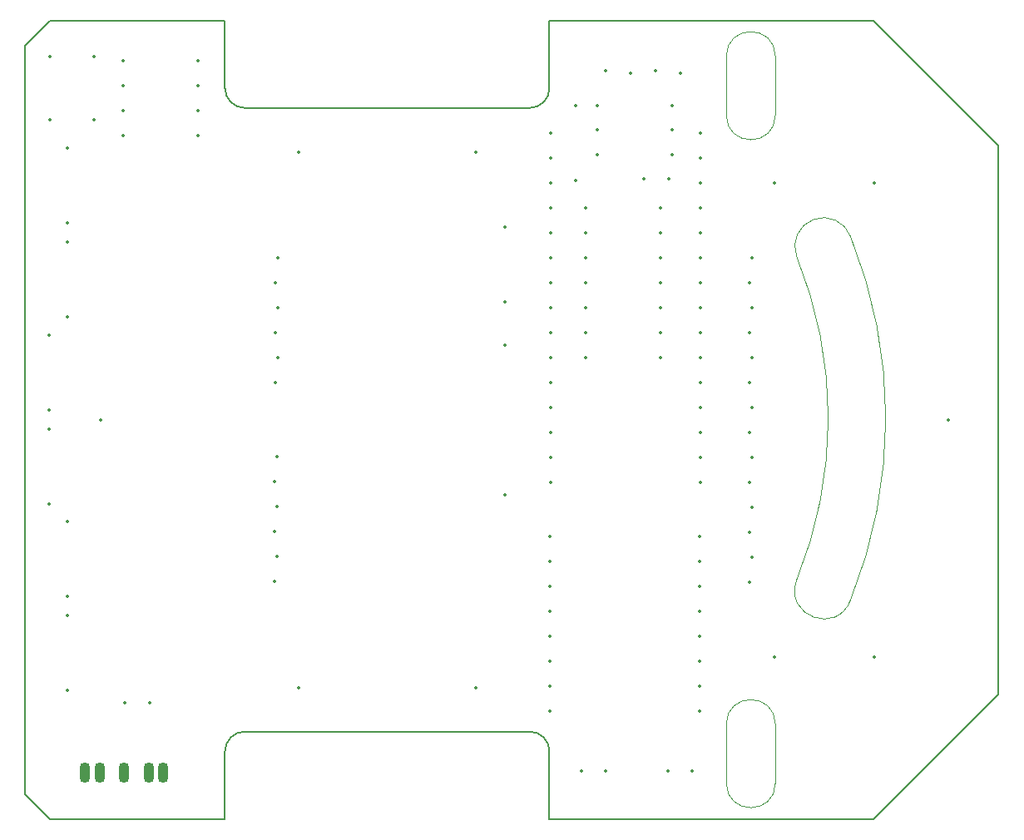
<source format=gbr>
G04 #@! TF.GenerationSoftware,KiCad,Pcbnew,9.0.1*
G04 #@! TF.CreationDate,2025-07-21T13:37:36+02:00*
G04 #@! TF.ProjectId,mainboard,6d61696e-626f-4617-9264-2e6b69636164,rev?*
G04 #@! TF.SameCoordinates,Original*
G04 #@! TF.FileFunction,Profile,NP*
%FSLAX46Y46*%
G04 Gerber Fmt 4.6, Leading zero omitted, Abs format (unit mm)*
G04 Created by KiCad (PCBNEW 9.0.1) date 2025-07-21 13:37:36*
%MOMM*%
%LPD*%
G01*
G04 APERTURE LIST*
G04 #@! TA.AperFunction,Profile*
%ADD10C,0.100000*%
G04 #@! TD*
G04 #@! TA.AperFunction,Profile*
%ADD11C,0.200000*%
G04 #@! TD*
%ADD12C,0.350000*%
%ADD13O,1.100000X2.100000*%
G04 APERTURE END LIST*
D10*
X139500000Y-68000000D02*
G75*
G02*
X144500000Y-68000000I2500000J0D01*
G01*
X139500000Y-136000000D02*
G75*
G02*
X144500000Y-136000000I2500000J0D01*
G01*
X144500000Y-74000000D02*
G75*
G02*
X139500000Y-74000000I-2500000J0D01*
G01*
D11*
X88480000Y-138760000D02*
G75*
G02*
X90480000Y-136760000I2000000J0D01*
G01*
X167220000Y-132950000D02*
X167220000Y-77070000D01*
X88480000Y-64370000D02*
X70700000Y-64370000D01*
X88480000Y-145650000D02*
X88480000Y-138760000D01*
X68160000Y-66910000D02*
X68160000Y-143110000D01*
D10*
X146650001Y-88350001D02*
G75*
G02*
X152150000Y-86350001I2749999J1000001D01*
G01*
D11*
X121500000Y-71260000D02*
G75*
G02*
X119500000Y-73260000I-2000000J0D01*
G01*
X121500000Y-138760000D02*
X121500000Y-145650000D01*
X70700000Y-64370000D02*
X68160000Y-66910000D01*
X119500000Y-136760000D02*
G75*
G02*
X121500000Y-138760000I0J-2000000D01*
G01*
D10*
X139500000Y-136000000D02*
X139500000Y-142000000D01*
D11*
X167220000Y-77070000D02*
X154520000Y-64370000D01*
D10*
X144500000Y-142000000D02*
G75*
G02*
X139500000Y-142000000I-2500000J0D01*
G01*
D11*
X90480000Y-73260000D02*
G75*
G02*
X88480000Y-71260000I0J2000000D01*
G01*
D10*
X152149999Y-123350001D02*
G75*
G02*
X146650000Y-121350001I-2749999J1000001D01*
G01*
D11*
X121500000Y-145650000D02*
X154520000Y-145650000D01*
D10*
X139500000Y-68000000D02*
X139500000Y-74000000D01*
D11*
X70700000Y-145650000D02*
X88480000Y-145650000D01*
D10*
X144500000Y-68000000D02*
X144500000Y-74000000D01*
D11*
X119500000Y-73260000D02*
X90480000Y-73260000D01*
X121500000Y-64370000D02*
X121500000Y-71260000D01*
D10*
X152150000Y-86350001D02*
G75*
G02*
X152149999Y-123350001I-46000000J-18499999D01*
G01*
D11*
X88480000Y-71260000D02*
X88480000Y-64370000D01*
D10*
X146650000Y-88350001D02*
G75*
G02*
X146649999Y-121350001I-40500000J-16499999D01*
G01*
D11*
X154520000Y-145650000D02*
X167220000Y-132950000D01*
X90480000Y-136760000D02*
X119500000Y-136760000D01*
X68160000Y-143110000D02*
X70700000Y-145650000D01*
X154520000Y-64370000D02*
X121500000Y-64370000D01*
D10*
X144500000Y-136000000D02*
X144500000Y-142000000D01*
D12*
X124200000Y-73000000D03*
X124200000Y-80620000D03*
X78150000Y-68450000D03*
X78150000Y-70990000D03*
X78150000Y-73530000D03*
X78150000Y-76070000D03*
X85770000Y-76070000D03*
X85770000Y-73530000D03*
X85770000Y-70990000D03*
X85770000Y-68450000D03*
X125175000Y-83400000D03*
X125175000Y-85940000D03*
X125175000Y-88480000D03*
X125175000Y-91020000D03*
X125175000Y-93560000D03*
X125175000Y-96100000D03*
X125175000Y-98640000D03*
X132795000Y-98640000D03*
X132795000Y-96100000D03*
X132795000Y-93560000D03*
X132795000Y-91020000D03*
X132795000Y-88480000D03*
X132795000Y-85940000D03*
X132795000Y-83400000D03*
X70628800Y-74502400D03*
X70628800Y-68000000D03*
X75150000Y-74502400D03*
X75150000Y-68000000D03*
X70600000Y-113550000D03*
X70600000Y-105930000D03*
X154530000Y-80870000D03*
X72400000Y-94550000D03*
X72400000Y-86930000D03*
X75800000Y-105000000D03*
X72400000Y-85000000D03*
X72400000Y-77380000D03*
X154530000Y-129130000D03*
X134000000Y-78000000D03*
X126380000Y-78000000D03*
X121630000Y-75780000D03*
X121630000Y-78320000D03*
X121630000Y-80860000D03*
X121630000Y-83400000D03*
X121630000Y-85940000D03*
X121630000Y-88480000D03*
X121630000Y-91020000D03*
X121630000Y-93560000D03*
X121630000Y-96100000D03*
X121630000Y-98640000D03*
X121630000Y-101180000D03*
X121630000Y-103720000D03*
X121630000Y-106260000D03*
X121630000Y-108800000D03*
X121630000Y-111340000D03*
X136870000Y-111340000D03*
X136870000Y-108800000D03*
X136870000Y-106260000D03*
X136870000Y-103720000D03*
X136870000Y-101180000D03*
X136870000Y-98640000D03*
X136870000Y-96100000D03*
X136870000Y-93560000D03*
X136870000Y-91020000D03*
X136870000Y-88480000D03*
X136870000Y-85940000D03*
X136870000Y-83400000D03*
X136870000Y-80860000D03*
X136870000Y-78320000D03*
X136870000Y-75780000D03*
X134810000Y-69750000D03*
X132270000Y-69496000D03*
X129730000Y-69750000D03*
X127190000Y-69496000D03*
X131150000Y-80500000D03*
X133650000Y-80500000D03*
X162100000Y-105000000D03*
X96000000Y-132275000D03*
X114000000Y-132275000D03*
X114000000Y-77800000D03*
X96000000Y-77800000D03*
X144370000Y-129130000D03*
X117000000Y-93010000D03*
X117000000Y-85390000D03*
X127227651Y-140725000D03*
X124727651Y-140725000D03*
X93877000Y-88500000D03*
X93623000Y-91040000D03*
X93877000Y-93580000D03*
X93623000Y-96120000D03*
X93877000Y-98660000D03*
X93623000Y-101200000D03*
X136027651Y-140725000D03*
X133527651Y-140725000D03*
X144370000Y-80870000D03*
X117000000Y-112620000D03*
X117000000Y-97380000D03*
X141877000Y-121500000D03*
X142131000Y-118960000D03*
X141877000Y-116420000D03*
X142131000Y-113880000D03*
X141877000Y-111340000D03*
X142131000Y-108800000D03*
X141877000Y-106260000D03*
X142131000Y-103720000D03*
X141877000Y-101180000D03*
X142131000Y-98640000D03*
X141877000Y-96100000D03*
X142131000Y-93560000D03*
X141877000Y-91020000D03*
X142131000Y-88480000D03*
X70600000Y-104050000D03*
X70600000Y-96430000D03*
X126400000Y-73000000D03*
X134020000Y-73000000D03*
X72400000Y-132550000D03*
X72400000Y-124930000D03*
X93750000Y-108750000D03*
X93496000Y-111290000D03*
X93750000Y-113830000D03*
X93496000Y-116370000D03*
X93750000Y-118910000D03*
X93496000Y-121450000D03*
X121580000Y-116910000D03*
X121580000Y-119450000D03*
X121580000Y-121990000D03*
X121580000Y-124530000D03*
X121580000Y-127070000D03*
X121580000Y-129610000D03*
X121580000Y-132150000D03*
X121580000Y-134690000D03*
X136820000Y-134690000D03*
X136820000Y-132150000D03*
X136820000Y-129610000D03*
X136820000Y-127070000D03*
X136820000Y-124530000D03*
X136820000Y-121990000D03*
X136820000Y-119450000D03*
X136820000Y-116910000D03*
X72400000Y-115400000D03*
X72400000Y-123020000D03*
X126400000Y-75500000D03*
X134020000Y-75500000D03*
D13*
X75700000Y-140944724D03*
X74200000Y-140944724D03*
X78200000Y-140944724D03*
X82200000Y-140944724D03*
X80700000Y-140944724D03*
D12*
X80800000Y-133850000D03*
X78260000Y-133850000D03*
M02*

</source>
